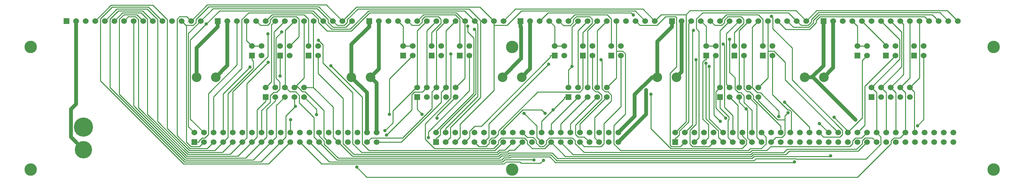
<source format=gbl>
G04 (created by PCBNEW (2013-mar-13)-testing) date Tue 12 Nov 2013 05:14:33 PM PST*
%MOIN*%
G04 Gerber Fmt 3.4, Leading zero omitted, Abs format*
%FSLAX34Y34*%
G01*
G70*
G90*
G04 APERTURE LIST*
%ADD10C,0.005906*%
%ADD11C,0.100000*%
%ADD12R,0.060000X0.060000*%
%ADD13C,0.060000*%
%ADD14C,0.200000*%
%ADD15C,0.181100*%
%ADD16C,0.130000*%
%ADD17C,0.035000*%
%ADD18C,0.040000*%
%ADD19C,0.010000*%
G04 APERTURE END LIST*
G54D10*
G54D11*
X34039Y-28740D03*
X36039Y-28740D03*
X50181Y-28740D03*
X52181Y-28740D03*
X65929Y-28740D03*
X67929Y-28740D03*
X82070Y-28740D03*
X84070Y-28740D03*
X97425Y-28740D03*
X99425Y-28740D03*
G54D12*
X39795Y-26484D03*
G54D13*
X39795Y-25484D03*
X40795Y-26484D03*
X40795Y-25484D03*
G54D12*
X55582Y-26484D03*
G54D13*
X55582Y-25484D03*
X56582Y-26484D03*
X56582Y-25484D03*
G54D12*
X71370Y-26484D03*
G54D13*
X71370Y-25484D03*
X72370Y-26484D03*
X72370Y-25484D03*
G54D12*
X87157Y-26484D03*
G54D13*
X87157Y-25484D03*
X88157Y-26484D03*
X88157Y-25484D03*
G54D12*
X102944Y-26484D03*
G54D13*
X102944Y-25484D03*
X103944Y-26484D03*
X103944Y-25484D03*
G54D12*
X42748Y-26484D03*
G54D13*
X42748Y-25484D03*
X43748Y-26484D03*
X43748Y-25484D03*
G54D12*
X58535Y-26484D03*
G54D13*
X58535Y-25484D03*
X59535Y-26484D03*
X59535Y-25484D03*
G54D12*
X74322Y-26484D03*
G54D13*
X74322Y-25484D03*
X75322Y-26484D03*
X75322Y-25484D03*
G54D12*
X90110Y-26484D03*
G54D13*
X90110Y-25484D03*
X91110Y-26484D03*
X91110Y-25484D03*
G54D12*
X105897Y-26484D03*
G54D13*
X105897Y-25484D03*
X106897Y-26484D03*
X106897Y-25484D03*
G54D12*
X45700Y-26484D03*
G54D13*
X45700Y-25484D03*
X46700Y-26484D03*
X46700Y-25484D03*
G54D12*
X61488Y-26484D03*
G54D13*
X61488Y-25484D03*
X62488Y-26484D03*
X62488Y-25484D03*
G54D12*
X77275Y-26484D03*
G54D13*
X77275Y-25484D03*
X78275Y-26484D03*
X78275Y-25484D03*
G54D12*
X93062Y-26484D03*
G54D13*
X93062Y-25484D03*
X94062Y-26484D03*
X94062Y-25484D03*
G54D12*
X108850Y-26484D03*
G54D13*
X108850Y-25484D03*
X109850Y-26484D03*
X109850Y-25484D03*
G54D12*
X33807Y-35539D03*
G54D13*
X33807Y-34539D03*
X38807Y-35539D03*
X34807Y-34539D03*
X39807Y-35539D03*
X35807Y-34539D03*
X40807Y-35539D03*
X36807Y-34539D03*
X41807Y-35539D03*
X37807Y-34539D03*
X42807Y-35539D03*
X38807Y-34539D03*
X43807Y-35539D03*
X39807Y-34539D03*
X44807Y-35539D03*
X40807Y-34539D03*
X45807Y-35539D03*
X41807Y-34539D03*
X46807Y-35539D03*
X42807Y-34539D03*
X47807Y-35539D03*
X43807Y-34539D03*
X48807Y-35539D03*
X44807Y-34539D03*
X45807Y-34539D03*
X49807Y-35539D03*
X46807Y-34539D03*
X48807Y-34539D03*
X49807Y-34539D03*
X50807Y-34539D03*
X51807Y-34539D03*
X50807Y-35539D03*
X51807Y-35539D03*
X34807Y-35539D03*
X35807Y-35539D03*
X36807Y-35539D03*
X37807Y-35539D03*
X52807Y-35539D03*
X52807Y-34539D03*
X47807Y-34539D03*
G54D12*
X83925Y-35539D03*
G54D13*
X83925Y-34539D03*
X88925Y-35539D03*
X84925Y-34539D03*
X89925Y-35539D03*
X85925Y-34539D03*
X90925Y-35539D03*
X86925Y-34539D03*
X91925Y-35539D03*
X87925Y-34539D03*
X92925Y-35539D03*
X88925Y-34539D03*
X93925Y-35539D03*
X89925Y-34539D03*
X94925Y-35539D03*
X90925Y-34539D03*
X95925Y-35539D03*
X91925Y-34539D03*
X96925Y-35539D03*
X92925Y-34539D03*
X97925Y-35539D03*
X93925Y-34539D03*
X98925Y-35539D03*
X94925Y-34539D03*
X95925Y-34539D03*
X99925Y-35539D03*
X96925Y-34539D03*
X98925Y-34539D03*
X99925Y-34539D03*
X100925Y-34539D03*
X101925Y-34539D03*
X100925Y-35539D03*
X101925Y-35539D03*
X84925Y-35539D03*
X85925Y-35539D03*
X86925Y-35539D03*
X87925Y-35539D03*
X102925Y-35539D03*
X102925Y-34539D03*
X97925Y-34539D03*
X103925Y-35539D03*
X103925Y-34539D03*
X104925Y-35539D03*
X104925Y-34539D03*
X105925Y-35539D03*
X105925Y-34539D03*
X106925Y-35539D03*
X106925Y-34539D03*
X107925Y-35539D03*
X107925Y-34539D03*
X108925Y-35539D03*
X108925Y-34539D03*
X109925Y-35539D03*
X109925Y-34539D03*
X110925Y-35539D03*
X110925Y-34539D03*
X111925Y-35539D03*
X111925Y-34539D03*
X112925Y-35539D03*
X112925Y-34539D03*
G54D14*
X22244Y-33956D03*
G54D15*
X22244Y-36318D03*
G54D12*
X20460Y-22874D03*
G54D13*
X21460Y-22874D03*
X22460Y-22874D03*
X23460Y-22874D03*
X24460Y-22874D03*
X25460Y-22874D03*
X26460Y-22874D03*
X27460Y-22874D03*
X28460Y-22874D03*
X29460Y-22874D03*
X30460Y-22874D03*
X31460Y-22874D03*
X32460Y-22874D03*
X33460Y-22874D03*
X34460Y-22874D03*
G54D12*
X36248Y-22874D03*
G54D13*
X37248Y-22874D03*
X38248Y-22874D03*
X39248Y-22874D03*
X40248Y-22874D03*
X41248Y-22874D03*
X42248Y-22874D03*
X43248Y-22874D03*
X44248Y-22874D03*
X45248Y-22874D03*
X46248Y-22874D03*
X47248Y-22874D03*
X48248Y-22874D03*
X49248Y-22874D03*
X50248Y-22874D03*
G54D12*
X52035Y-22874D03*
G54D13*
X53035Y-22874D03*
X54035Y-22874D03*
X55035Y-22874D03*
X56035Y-22874D03*
X57035Y-22874D03*
X58035Y-22874D03*
X59035Y-22874D03*
X60035Y-22874D03*
X61035Y-22874D03*
X62035Y-22874D03*
X63035Y-22874D03*
X64035Y-22874D03*
X65035Y-22874D03*
X66035Y-22874D03*
G54D12*
X67822Y-22874D03*
G54D13*
X68822Y-22874D03*
X69822Y-22874D03*
X70822Y-22874D03*
X71822Y-22874D03*
X72822Y-22874D03*
X73822Y-22874D03*
X74822Y-22874D03*
X75822Y-22874D03*
X76822Y-22874D03*
X77822Y-22874D03*
X78822Y-22874D03*
X79822Y-22874D03*
X80822Y-22874D03*
X81822Y-22874D03*
G54D12*
X83610Y-22874D03*
G54D13*
X84610Y-22874D03*
X85610Y-22874D03*
X86610Y-22874D03*
X87610Y-22874D03*
X88610Y-22874D03*
X89610Y-22874D03*
X90610Y-22874D03*
X91610Y-22874D03*
X92610Y-22874D03*
X93610Y-22874D03*
X94610Y-22874D03*
X95610Y-22874D03*
X96610Y-22874D03*
X97610Y-22874D03*
G54D12*
X99397Y-22874D03*
G54D13*
X100397Y-22874D03*
X101397Y-22874D03*
X102397Y-22874D03*
X103397Y-22874D03*
X104397Y-22874D03*
X105397Y-22874D03*
X106397Y-22874D03*
X107397Y-22874D03*
X108397Y-22874D03*
X109397Y-22874D03*
X110397Y-22874D03*
X111397Y-22874D03*
X112397Y-22874D03*
X113397Y-22874D03*
G54D16*
X117125Y-25590D03*
X16732Y-38385D03*
X117125Y-38385D03*
X66929Y-25590D03*
X66929Y-38385D03*
X16732Y-25590D03*
G54D12*
X41248Y-30814D03*
G54D13*
X41248Y-29814D03*
X42248Y-30814D03*
X42248Y-29814D03*
X43248Y-30814D03*
X43248Y-29814D03*
X44248Y-30814D03*
X44248Y-29814D03*
X45248Y-30814D03*
X45248Y-29814D03*
G54D12*
X57035Y-30814D03*
G54D13*
X57035Y-29814D03*
X58035Y-30814D03*
X58035Y-29814D03*
X59035Y-30814D03*
X59035Y-29814D03*
X60035Y-30814D03*
X60035Y-29814D03*
X61035Y-30814D03*
X61035Y-29814D03*
G54D12*
X72822Y-30814D03*
G54D13*
X72822Y-29814D03*
X73822Y-30814D03*
X73822Y-29814D03*
X74822Y-30814D03*
X74822Y-29814D03*
X75822Y-30814D03*
X75822Y-29814D03*
X76822Y-30814D03*
X76822Y-29814D03*
G54D12*
X88610Y-30814D03*
G54D13*
X88610Y-29814D03*
X89610Y-30814D03*
X89610Y-29814D03*
X90610Y-30814D03*
X90610Y-29814D03*
X91610Y-30814D03*
X91610Y-29814D03*
X92610Y-30814D03*
X92610Y-29814D03*
G54D12*
X104397Y-30814D03*
G54D13*
X104397Y-29814D03*
X105397Y-30814D03*
X105397Y-29814D03*
X106397Y-30814D03*
X106397Y-29814D03*
X107397Y-30814D03*
X107397Y-29814D03*
X108397Y-30814D03*
X108397Y-29814D03*
G54D12*
X59003Y-35539D03*
G54D13*
X59003Y-34539D03*
X64003Y-35539D03*
X60003Y-34539D03*
X65003Y-35539D03*
X61003Y-34539D03*
X66003Y-35539D03*
X62003Y-34539D03*
X67003Y-35539D03*
X63003Y-34539D03*
X68003Y-35539D03*
X64003Y-34539D03*
X69003Y-35539D03*
X65003Y-34539D03*
X70003Y-35539D03*
X66003Y-34539D03*
X71003Y-35539D03*
X67003Y-34539D03*
X72003Y-35539D03*
X68003Y-34539D03*
X73003Y-35539D03*
X69003Y-34539D03*
X74003Y-35539D03*
X70003Y-34539D03*
X71003Y-34539D03*
X75003Y-35539D03*
X72003Y-34539D03*
X74003Y-34539D03*
X75003Y-34539D03*
X76003Y-34539D03*
X77003Y-34539D03*
X76003Y-35539D03*
X77003Y-35539D03*
X60003Y-35539D03*
X61003Y-35539D03*
X62003Y-35539D03*
X63003Y-35539D03*
X78003Y-35539D03*
X78003Y-34539D03*
X73003Y-34539D03*
G54D17*
X102736Y-33182D03*
X57547Y-32615D03*
X71202Y-32159D03*
X70211Y-37408D03*
X53682Y-34325D03*
X73181Y-27622D03*
X87486Y-27632D03*
X39602Y-27703D03*
X89219Y-33021D03*
X69215Y-37397D03*
X53836Y-34775D03*
X88946Y-25292D03*
X41467Y-24224D03*
X95327Y-31350D03*
X91323Y-32060D03*
X96386Y-37579D03*
X81402Y-30521D03*
X93968Y-22382D03*
X43851Y-33183D03*
X44347Y-31798D03*
X89616Y-24789D03*
X94748Y-32865D03*
X98984Y-33598D03*
X50724Y-38133D03*
X46532Y-32642D03*
X59099Y-33015D03*
X95706Y-32471D03*
X100142Y-36950D03*
X42919Y-24026D03*
X62319Y-23407D03*
X35036Y-23206D03*
X85836Y-23861D03*
X70726Y-27394D03*
X87156Y-27280D03*
X41515Y-27179D03*
X58200Y-35048D03*
X109193Y-33810D03*
X42748Y-28616D03*
X86094Y-26934D03*
X46748Y-24894D03*
X60553Y-26333D03*
X63015Y-23743D03*
X79565Y-22257D03*
X48036Y-27541D03*
X68180Y-32517D03*
X54139Y-32615D03*
X76205Y-26934D03*
X88629Y-33360D03*
X100491Y-32930D03*
X70368Y-32531D03*
X80917Y-30077D03*
G54D18*
X67822Y-22874D02*
X67822Y-23474D01*
X34039Y-25682D02*
X36248Y-23474D01*
X34039Y-28740D02*
X34039Y-25682D01*
X36248Y-22874D02*
X36248Y-23474D01*
X52035Y-22874D02*
X52035Y-23474D01*
X67879Y-26789D02*
X65929Y-28740D01*
X67879Y-23531D02*
X67879Y-26789D01*
X67822Y-23474D02*
X67879Y-23531D01*
X98204Y-28740D02*
X97425Y-28740D01*
X98248Y-28695D02*
X98204Y-28740D01*
X98248Y-28695D02*
X102736Y-33182D01*
X79720Y-32823D02*
X78003Y-34539D01*
X79720Y-30567D02*
X79720Y-32823D01*
X81547Y-28740D02*
X79720Y-30567D01*
X82070Y-28740D02*
X81547Y-28740D01*
X83610Y-22874D02*
X83610Y-23474D01*
X82070Y-25013D02*
X83610Y-23474D01*
X82070Y-28740D02*
X82070Y-25013D01*
X50181Y-25328D02*
X52035Y-23474D01*
X50181Y-28740D02*
X50181Y-25328D01*
X51807Y-30366D02*
X51807Y-34539D01*
X50181Y-28740D02*
X51807Y-30366D01*
X99397Y-27546D02*
X98248Y-28695D01*
X99397Y-22874D02*
X99397Y-27546D01*
G54D19*
X72822Y-30814D02*
X72372Y-30814D01*
X57035Y-32103D02*
X57547Y-32615D01*
X57035Y-30814D02*
X57035Y-32103D01*
X70003Y-33358D02*
X71202Y-32159D01*
X70003Y-34539D02*
X70003Y-33358D01*
X72372Y-30989D02*
X71202Y-32159D01*
X72372Y-30814D02*
X72372Y-30989D01*
X41248Y-30814D02*
X41248Y-31265D01*
X40356Y-34989D02*
X39807Y-35539D01*
X40356Y-32156D02*
X40356Y-34989D01*
X41248Y-31265D02*
X40356Y-32156D01*
X26913Y-22421D02*
X26460Y-22874D01*
X27646Y-22421D02*
X26913Y-22421D01*
X27960Y-22735D02*
X27646Y-22421D01*
X27960Y-31935D02*
X27960Y-22735D01*
X33016Y-36990D02*
X27960Y-31935D01*
X38355Y-36990D02*
X33016Y-36990D01*
X39807Y-35539D02*
X38355Y-36990D01*
X88610Y-31265D02*
X88610Y-31265D01*
X88610Y-31953D02*
X88610Y-31265D01*
X89544Y-32887D02*
X88610Y-31953D01*
X89544Y-33156D02*
X89544Y-32887D01*
X89454Y-33245D02*
X89544Y-33156D01*
X89454Y-35069D02*
X89454Y-33245D01*
X89925Y-35539D02*
X89454Y-35069D01*
X88610Y-30814D02*
X88610Y-31265D01*
X69887Y-37732D02*
X70211Y-37408D01*
X67876Y-37732D02*
X69887Y-37732D01*
X67729Y-37585D02*
X67876Y-37732D01*
X66296Y-37585D02*
X67729Y-37585D01*
X66077Y-37804D02*
X66296Y-37585D01*
X47071Y-37804D02*
X66077Y-37804D01*
X44807Y-35539D02*
X47071Y-37804D01*
X41850Y-23271D02*
X42248Y-22874D01*
X41850Y-29212D02*
X41850Y-23271D01*
X41248Y-29814D02*
X41850Y-29212D01*
X57035Y-23874D02*
X58035Y-22874D01*
X57035Y-29814D02*
X57035Y-23874D01*
X54490Y-33517D02*
X53682Y-34325D01*
X54490Y-32254D02*
X54490Y-33517D01*
X56929Y-29814D02*
X54490Y-32254D01*
X57035Y-29814D02*
X56929Y-29814D01*
X72822Y-27980D02*
X73181Y-27622D01*
X72822Y-29814D02*
X72822Y-27980D01*
X73181Y-23515D02*
X73822Y-22874D01*
X73181Y-27622D02*
X73181Y-23515D01*
X87486Y-33100D02*
X87486Y-27632D01*
X88925Y-34539D02*
X87486Y-33100D01*
X36807Y-30498D02*
X36807Y-34539D01*
X39602Y-27703D02*
X36807Y-30498D01*
X88610Y-23874D02*
X88610Y-29814D01*
X89610Y-22874D02*
X88610Y-23874D01*
X88160Y-31962D02*
X89219Y-33021D01*
X88160Y-30265D02*
X88160Y-31962D01*
X88610Y-29814D02*
X88160Y-30265D01*
X104925Y-30342D02*
X104925Y-34539D01*
X104397Y-29814D02*
X104925Y-30342D01*
X107347Y-26864D02*
X104397Y-29814D01*
X107347Y-24824D02*
X107347Y-26864D01*
X105397Y-22874D02*
X107347Y-24824D01*
X46807Y-34862D02*
X46807Y-34539D01*
X47356Y-35412D02*
X46807Y-34862D01*
X47356Y-35744D02*
X47356Y-35412D01*
X48816Y-37203D02*
X47356Y-35744D01*
X65622Y-37203D02*
X48816Y-37203D01*
X65853Y-36972D02*
X65622Y-37203D01*
X66595Y-36972D02*
X65853Y-36972D01*
X66695Y-36872D02*
X66595Y-36972D01*
X71016Y-36872D02*
X66695Y-36872D01*
X71585Y-37441D02*
X71016Y-36872D01*
X92162Y-37441D02*
X71585Y-37441D01*
X92349Y-37254D02*
X92162Y-37441D01*
X96521Y-37254D02*
X92349Y-37254D01*
X96542Y-37275D02*
X96521Y-37254D01*
X103842Y-37275D02*
X96542Y-37275D01*
X105388Y-35729D02*
X103842Y-37275D01*
X105388Y-35002D02*
X105388Y-35729D01*
X104925Y-34539D02*
X105388Y-35002D01*
X71003Y-33633D02*
X73822Y-30814D01*
X71003Y-34539D02*
X71003Y-33633D01*
X90475Y-35089D02*
X90925Y-35539D01*
X90475Y-31679D02*
X90475Y-35089D01*
X89610Y-30814D02*
X90475Y-31679D01*
X41356Y-34989D02*
X40807Y-35539D01*
X41356Y-32106D02*
X41356Y-34989D01*
X42248Y-31215D02*
X41356Y-32106D01*
X42248Y-30814D02*
X42248Y-31215D01*
X39155Y-37190D02*
X40807Y-35539D01*
X32933Y-37190D02*
X39155Y-37190D01*
X27460Y-31718D02*
X32933Y-37190D01*
X27460Y-22874D02*
X27460Y-31718D01*
X42091Y-24030D02*
X43248Y-22874D01*
X42091Y-29658D02*
X42091Y-24030D01*
X42248Y-29814D02*
X42091Y-29658D01*
X47871Y-37604D02*
X45807Y-35539D01*
X65929Y-37604D02*
X47871Y-37604D01*
X66161Y-37372D02*
X65929Y-37604D01*
X69190Y-37372D02*
X66161Y-37372D01*
X69215Y-37397D02*
X69190Y-37372D01*
X58035Y-23874D02*
X59035Y-22874D01*
X58035Y-29814D02*
X58035Y-23874D01*
X56470Y-32141D02*
X53836Y-34775D01*
X56470Y-30556D02*
X56470Y-32141D01*
X56742Y-30284D02*
X56470Y-30556D01*
X57566Y-30284D02*
X56742Y-30284D01*
X58035Y-29814D02*
X57566Y-30284D01*
X73822Y-23874D02*
X74822Y-22874D01*
X73822Y-29814D02*
X73822Y-23874D01*
X89925Y-32748D02*
X89925Y-34539D01*
X89060Y-31883D02*
X89925Y-32748D01*
X89060Y-25406D02*
X89060Y-31883D01*
X88946Y-25292D02*
X89060Y-25406D01*
X41467Y-26581D02*
X41467Y-24224D01*
X37807Y-30241D02*
X41467Y-26581D01*
X37807Y-34539D02*
X37807Y-30241D01*
X89282Y-24201D02*
X90610Y-22874D01*
X89282Y-29487D02*
X89282Y-24201D01*
X89610Y-29814D02*
X89282Y-29487D01*
X97925Y-33948D02*
X95327Y-31350D01*
X97925Y-34539D02*
X97925Y-33948D01*
X105925Y-30342D02*
X105925Y-34539D01*
X105397Y-29814D02*
X105925Y-30342D01*
X107547Y-24024D02*
X106397Y-22874D01*
X107547Y-27664D02*
X107547Y-24024D01*
X105397Y-29814D02*
X107547Y-27664D01*
X72003Y-33633D02*
X74822Y-30814D01*
X72003Y-34539D02*
X72003Y-33633D01*
X90610Y-31346D02*
X91323Y-32060D01*
X90610Y-30814D02*
X90610Y-31346D01*
X91475Y-32211D02*
X91323Y-32060D01*
X91475Y-35089D02*
X91475Y-32211D01*
X91925Y-35539D02*
X91475Y-35089D01*
X42356Y-34989D02*
X41807Y-35539D01*
X42356Y-31706D02*
X42356Y-34989D01*
X43248Y-30814D02*
X42356Y-31706D01*
X27807Y-22221D02*
X28460Y-22874D01*
X26466Y-22221D02*
X27807Y-22221D01*
X25986Y-22700D02*
X26466Y-22221D01*
X25986Y-30527D02*
X25986Y-22700D01*
X32850Y-37391D02*
X25986Y-30527D01*
X39955Y-37391D02*
X32850Y-37391D01*
X41807Y-35539D02*
X39955Y-37391D01*
X43248Y-29814D02*
X43281Y-29781D01*
X43281Y-23840D02*
X44248Y-22874D01*
X43281Y-29781D02*
X43281Y-23840D01*
X46257Y-34989D02*
X46807Y-35539D01*
X46257Y-32946D02*
X46257Y-34989D01*
X44748Y-31437D02*
X46257Y-32946D01*
X44748Y-30653D02*
X44748Y-31437D01*
X44359Y-30265D02*
X44748Y-30653D01*
X43765Y-30265D02*
X44359Y-30265D01*
X43281Y-29781D02*
X43765Y-30265D01*
X48671Y-37403D02*
X46807Y-35539D01*
X65846Y-37403D02*
X48671Y-37403D01*
X66078Y-37172D02*
X65846Y-37403D01*
X66678Y-37172D02*
X66078Y-37172D01*
X66778Y-37072D02*
X66678Y-37172D01*
X70861Y-37072D02*
X66778Y-37072D01*
X71434Y-37645D02*
X70861Y-37072D01*
X96320Y-37645D02*
X71434Y-37645D01*
X96386Y-37579D02*
X96320Y-37645D01*
X59035Y-23874D02*
X60035Y-22874D01*
X59035Y-29814D02*
X59035Y-23874D01*
X58585Y-30265D02*
X59035Y-29814D01*
X58585Y-32037D02*
X58585Y-30265D01*
X55521Y-35100D02*
X58585Y-32037D01*
X53701Y-35100D02*
X55521Y-35100D01*
X53689Y-35089D02*
X53701Y-35100D01*
X52257Y-35089D02*
X53689Y-35089D01*
X51807Y-35539D02*
X52257Y-35089D01*
X74822Y-23874D02*
X75822Y-22874D01*
X74822Y-29814D02*
X74822Y-23874D01*
X90925Y-34862D02*
X90925Y-34539D01*
X91376Y-35313D02*
X90925Y-34862D01*
X91376Y-35738D02*
X91376Y-35313D01*
X90913Y-36201D02*
X91376Y-35738D01*
X83470Y-36201D02*
X90913Y-36201D01*
X81402Y-34133D02*
X83470Y-36201D01*
X81402Y-30521D02*
X81402Y-34133D01*
X43807Y-33227D02*
X43807Y-34539D01*
X43851Y-33183D02*
X43807Y-33227D01*
X94110Y-22524D02*
X93968Y-22382D01*
X94110Y-23679D02*
X94110Y-22524D01*
X96123Y-25692D02*
X94110Y-23679D01*
X96123Y-29037D02*
X96123Y-25692D01*
X101375Y-34289D02*
X96123Y-29037D01*
X101375Y-34728D02*
X101375Y-34289D01*
X101103Y-35000D02*
X101375Y-34728D01*
X99386Y-35000D02*
X101103Y-35000D01*
X98925Y-34539D02*
X99386Y-35000D01*
X90610Y-23874D02*
X91610Y-22874D01*
X90610Y-29814D02*
X90610Y-23874D01*
X106925Y-30342D02*
X106397Y-29814D01*
X106925Y-34539D02*
X106925Y-30342D01*
X107748Y-23224D02*
X107397Y-22874D01*
X107748Y-28464D02*
X107748Y-23224D01*
X106397Y-29814D02*
X107748Y-28464D01*
X44248Y-31698D02*
X44347Y-31798D01*
X44248Y-30814D02*
X44248Y-31698D01*
X43356Y-34989D02*
X42807Y-35539D01*
X43356Y-32789D02*
X43356Y-34989D01*
X44347Y-31798D02*
X43356Y-32789D01*
X40755Y-37591D02*
X42807Y-35539D01*
X32767Y-37591D02*
X40755Y-37591D01*
X25003Y-29827D02*
X32767Y-37591D01*
X25003Y-22688D02*
X25003Y-29827D01*
X25871Y-21820D02*
X25003Y-22688D01*
X28407Y-21820D02*
X25871Y-21820D01*
X29460Y-22874D02*
X28407Y-21820D01*
X92425Y-35039D02*
X92925Y-35539D01*
X92425Y-31629D02*
X92425Y-35039D01*
X91610Y-30814D02*
X92425Y-31629D01*
X73003Y-33633D02*
X75822Y-30814D01*
X73003Y-34539D02*
X73003Y-33633D01*
X45248Y-28814D02*
X45248Y-22874D01*
X44429Y-29633D02*
X45248Y-28814D01*
X44248Y-29814D02*
X44429Y-29633D01*
X47307Y-35039D02*
X47807Y-35539D01*
X47307Y-32236D02*
X47307Y-35039D01*
X45335Y-30265D02*
X47307Y-32236D01*
X45061Y-30265D02*
X45335Y-30265D01*
X44429Y-29633D02*
X45061Y-30265D01*
X60035Y-23874D02*
X61035Y-22874D01*
X60035Y-29814D02*
X60035Y-23874D01*
X59535Y-30314D02*
X60035Y-29814D01*
X59535Y-31370D02*
X59535Y-30314D01*
X55366Y-35539D02*
X59535Y-31370D01*
X52807Y-35539D02*
X55366Y-35539D01*
X75822Y-23874D02*
X76822Y-22874D01*
X75822Y-29814D02*
X75822Y-23874D01*
X91925Y-32200D02*
X91925Y-34539D01*
X91110Y-31385D02*
X91925Y-32200D01*
X91110Y-30678D02*
X91110Y-31385D01*
X90796Y-30364D02*
X91110Y-30678D01*
X90523Y-30364D02*
X90796Y-30364D01*
X90160Y-30001D02*
X90523Y-30364D01*
X90160Y-28791D02*
X90160Y-30001D01*
X89616Y-28247D02*
X90160Y-28791D01*
X89616Y-24789D02*
X89616Y-28247D01*
X91610Y-29814D02*
X91960Y-29814D01*
X91960Y-23523D02*
X91960Y-29814D01*
X92610Y-22874D02*
X91960Y-23523D01*
X98984Y-33598D02*
X99925Y-34539D01*
X94748Y-32287D02*
X94748Y-32865D01*
X92825Y-30364D02*
X94748Y-32287D01*
X92510Y-30364D02*
X92825Y-30364D01*
X91960Y-29814D02*
X92510Y-30364D01*
X107925Y-30342D02*
X107925Y-34539D01*
X107397Y-29814D02*
X107925Y-30342D01*
X108397Y-28814D02*
X107397Y-29814D01*
X108397Y-22874D02*
X108397Y-28814D01*
X51778Y-39187D02*
X50724Y-38133D01*
X102933Y-39187D02*
X51778Y-39187D01*
X106425Y-35696D02*
X102933Y-39187D01*
X106425Y-35402D02*
X106425Y-35696D01*
X106738Y-35089D02*
X106425Y-35402D01*
X107375Y-35089D02*
X106738Y-35089D01*
X107925Y-34539D02*
X107375Y-35089D01*
X74003Y-33633D02*
X76822Y-30814D01*
X74003Y-34539D02*
X74003Y-33633D01*
X46532Y-32099D02*
X45248Y-30814D01*
X46532Y-32642D02*
X46532Y-32099D01*
X59099Y-32750D02*
X59099Y-33015D01*
X61035Y-30814D02*
X59099Y-32750D01*
X41555Y-37791D02*
X43807Y-35539D01*
X32684Y-37791D02*
X41555Y-37791D01*
X24003Y-29110D02*
X32684Y-37791D01*
X24003Y-22667D02*
X24003Y-29110D01*
X25251Y-21420D02*
X24003Y-22667D01*
X29007Y-21420D02*
X25251Y-21420D01*
X30460Y-22874D02*
X29007Y-21420D01*
X94608Y-33193D02*
X95375Y-33193D01*
X92610Y-31194D02*
X94608Y-33193D01*
X92610Y-30814D02*
X92610Y-31194D01*
X95375Y-32802D02*
X95375Y-33193D01*
X95706Y-32471D02*
X95375Y-32802D01*
X94425Y-35039D02*
X93925Y-35539D01*
X95061Y-35039D02*
X94425Y-35039D01*
X95375Y-34725D02*
X95061Y-35039D01*
X95375Y-33193D02*
X95375Y-34725D01*
X45248Y-29814D02*
X46200Y-29814D01*
X46200Y-22921D02*
X46248Y-22874D01*
X46200Y-29814D02*
X46200Y-22921D01*
X48257Y-34989D02*
X48807Y-35539D01*
X48257Y-31871D02*
X48257Y-34989D01*
X46200Y-29814D02*
X48257Y-31871D01*
X50271Y-37003D02*
X48807Y-35539D01*
X65539Y-37003D02*
X50271Y-37003D01*
X65771Y-36772D02*
X65539Y-37003D01*
X66512Y-36772D02*
X65771Y-36772D01*
X66612Y-36672D02*
X66512Y-36772D01*
X71099Y-36672D02*
X66612Y-36672D01*
X71658Y-37231D02*
X71099Y-36672D01*
X91948Y-37231D02*
X71658Y-37231D01*
X92141Y-37038D02*
X91948Y-37231D01*
X100054Y-37038D02*
X92141Y-37038D01*
X100142Y-36950D02*
X100054Y-37038D01*
X62035Y-22874D02*
X62000Y-22909D01*
X61994Y-28856D02*
X61035Y-29814D01*
X61994Y-22915D02*
X61994Y-28856D01*
X62000Y-22909D02*
X61994Y-22915D01*
X61110Y-22019D02*
X62000Y-22909D01*
X52070Y-22019D02*
X61110Y-22019D01*
X50158Y-23931D02*
X52070Y-22019D01*
X47649Y-23931D02*
X50158Y-23931D01*
X46748Y-23029D02*
X47649Y-23931D01*
X46748Y-22703D02*
X46748Y-23029D01*
X46052Y-22008D02*
X46748Y-22703D01*
X39475Y-22008D02*
X46052Y-22008D01*
X38748Y-22735D02*
X39475Y-22008D01*
X38748Y-27839D02*
X38748Y-22735D01*
X35807Y-30780D02*
X38748Y-27839D01*
X35807Y-34539D02*
X35807Y-30780D01*
X77822Y-22874D02*
X77822Y-26023D01*
X77822Y-28814D02*
X76822Y-29814D01*
X77822Y-26023D02*
X77822Y-28814D01*
X42294Y-24650D02*
X42919Y-24026D01*
X42294Y-28837D02*
X42294Y-24650D01*
X42698Y-29240D02*
X42294Y-28837D01*
X42698Y-30001D02*
X42698Y-29240D01*
X42384Y-30314D02*
X42698Y-30001D01*
X42076Y-30314D02*
X42384Y-30314D01*
X41698Y-30692D02*
X42076Y-30314D01*
X41698Y-31348D02*
X41698Y-30692D01*
X40807Y-32239D02*
X41698Y-31348D01*
X40807Y-34539D02*
X40807Y-32239D01*
X93393Y-35008D02*
X92925Y-34539D01*
X93393Y-35719D02*
X93393Y-35008D01*
X92914Y-36199D02*
X93393Y-35719D01*
X91765Y-36199D02*
X92914Y-36199D01*
X91559Y-36405D02*
X91765Y-36199D01*
X78223Y-36405D02*
X91559Y-36405D01*
X77542Y-35724D02*
X78223Y-36405D01*
X77542Y-33778D02*
X77542Y-35724D01*
X78732Y-32588D02*
X77542Y-33778D01*
X78732Y-26301D02*
X78732Y-32588D01*
X78454Y-26023D02*
X78732Y-26301D01*
X77822Y-26023D02*
X78454Y-26023D01*
X93610Y-26022D02*
X93610Y-22874D01*
X93610Y-28814D02*
X92610Y-29814D01*
X93610Y-26022D02*
X93610Y-28814D01*
X94238Y-26022D02*
X93610Y-26022D01*
X95412Y-27196D02*
X94238Y-26022D01*
X95412Y-29026D02*
X95412Y-27196D01*
X100925Y-34539D02*
X95412Y-29026D01*
X108868Y-34482D02*
X108925Y-34539D01*
X108868Y-30285D02*
X108868Y-34482D01*
X108397Y-29814D02*
X108868Y-30285D01*
X109397Y-28814D02*
X108397Y-29814D01*
X109397Y-22874D02*
X109397Y-28814D01*
X33178Y-24156D02*
X34460Y-22874D01*
X33178Y-33910D02*
X33178Y-24156D01*
X33807Y-34539D02*
X33178Y-33910D01*
X49590Y-23531D02*
X50248Y-22874D01*
X48258Y-23531D02*
X49590Y-23531D01*
X47748Y-23021D02*
X48258Y-23531D01*
X47748Y-22732D02*
X47748Y-23021D01*
X46616Y-21601D02*
X47748Y-22732D01*
X35733Y-21601D02*
X46616Y-21601D01*
X34460Y-22874D02*
X35733Y-21601D01*
X82479Y-22217D02*
X81822Y-22874D01*
X85069Y-22217D02*
X82479Y-22217D01*
X85489Y-21797D02*
X85069Y-22217D01*
X96533Y-21797D02*
X85489Y-21797D01*
X97610Y-22874D02*
X96533Y-21797D01*
X98688Y-21795D02*
X97610Y-22874D01*
X112318Y-21795D02*
X98688Y-21795D01*
X113397Y-22874D02*
X112318Y-21795D01*
X59003Y-34345D02*
X59003Y-34539D01*
X62940Y-30408D02*
X59003Y-34345D01*
X62940Y-24645D02*
X62940Y-30408D01*
X62319Y-24024D02*
X62940Y-24645D01*
X62319Y-23407D02*
X62319Y-24024D01*
X67287Y-21622D02*
X66035Y-22874D01*
X80571Y-21622D02*
X67287Y-21622D01*
X81822Y-22874D02*
X80571Y-21622D01*
X85069Y-33394D02*
X83925Y-34539D01*
X85069Y-22217D02*
X85069Y-33394D01*
X33378Y-24864D02*
X35036Y-23206D01*
X33378Y-33110D02*
X33378Y-24864D01*
X34807Y-34539D02*
X33378Y-33110D01*
X36435Y-21808D02*
X35036Y-23206D01*
X46182Y-21808D02*
X36435Y-21808D01*
X47248Y-22874D02*
X46182Y-21808D01*
X61980Y-21819D02*
X63035Y-22874D01*
X51957Y-21819D02*
X61980Y-21819D01*
X50045Y-23731D02*
X51957Y-21819D01*
X48105Y-23731D02*
X50045Y-23731D01*
X47248Y-22874D02*
X48105Y-23731D01*
X95486Y-23750D02*
X94610Y-22874D01*
X97954Y-23750D02*
X95486Y-23750D01*
X98641Y-23063D02*
X97954Y-23750D01*
X98641Y-22812D02*
X98641Y-23063D01*
X99030Y-22423D02*
X98641Y-22812D01*
X109947Y-22423D02*
X99030Y-22423D01*
X110397Y-22874D02*
X109947Y-22423D01*
X60003Y-34105D02*
X60003Y-34539D01*
X63340Y-30768D02*
X60003Y-34105D01*
X63340Y-23179D02*
X63340Y-30768D01*
X63035Y-22874D02*
X63340Y-23179D01*
X85727Y-33737D02*
X84925Y-34539D01*
X85727Y-23970D02*
X85727Y-33737D01*
X85836Y-23861D02*
X85727Y-23970D01*
X64503Y-35039D02*
X64003Y-35539D01*
X64503Y-33617D02*
X64503Y-35039D01*
X70726Y-27394D02*
X64503Y-33617D01*
X87156Y-33096D02*
X87156Y-27280D01*
X88425Y-34364D02*
X87156Y-33096D01*
X88425Y-35039D02*
X88425Y-34364D01*
X88925Y-35539D02*
X88425Y-35039D01*
X37555Y-36790D02*
X38807Y-35539D01*
X33099Y-36790D02*
X37555Y-36790D01*
X28919Y-32611D02*
X33099Y-36790D01*
X28919Y-22695D02*
X28919Y-32611D01*
X28245Y-22021D02*
X28919Y-22695D01*
X26313Y-22021D02*
X28245Y-22021D01*
X25460Y-22874D02*
X26313Y-22021D01*
X39258Y-29437D02*
X41515Y-27179D01*
X39258Y-35088D02*
X39258Y-29437D01*
X38807Y-35539D02*
X39258Y-35088D01*
X46700Y-28361D02*
X46700Y-26484D01*
X49307Y-30967D02*
X46700Y-28361D01*
X49307Y-35677D02*
X49307Y-30967D01*
X50433Y-36803D02*
X49307Y-35677D01*
X65456Y-36803D02*
X50433Y-36803D01*
X65688Y-36572D02*
X65456Y-36803D01*
X66429Y-36572D02*
X65688Y-36572D01*
X66629Y-36372D02*
X66429Y-36572D01*
X67171Y-36372D02*
X66629Y-36372D01*
X68003Y-35539D02*
X67171Y-36372D01*
X45700Y-22674D02*
X45700Y-25484D01*
X45243Y-22217D02*
X45700Y-22674D01*
X41904Y-22217D02*
X45243Y-22217D01*
X41248Y-22874D02*
X41904Y-22217D01*
X58200Y-34453D02*
X58200Y-35048D01*
X62488Y-30165D02*
X58200Y-34453D01*
X62488Y-26484D02*
X62488Y-30165D01*
X104475Y-35089D02*
X104925Y-35539D01*
X103738Y-35089D02*
X104475Y-35089D01*
X103425Y-35402D02*
X103738Y-35089D01*
X103425Y-35686D02*
X103425Y-35402D01*
X102850Y-36260D02*
X103425Y-35686D01*
X95605Y-36260D02*
X102850Y-36260D01*
X95250Y-36615D02*
X95605Y-36260D01*
X91997Y-36615D02*
X95250Y-36615D01*
X91797Y-36816D02*
X91997Y-36615D01*
X73281Y-36816D02*
X91797Y-36816D01*
X72003Y-35539D02*
X73281Y-36816D01*
X61488Y-22685D02*
X61488Y-25484D01*
X61022Y-22219D02*
X61488Y-22685D01*
X57689Y-22219D02*
X61022Y-22219D01*
X57035Y-22874D02*
X57689Y-22219D01*
X74454Y-35989D02*
X74003Y-35539D01*
X76195Y-35989D02*
X74454Y-35989D01*
X76503Y-35681D02*
X76195Y-35989D01*
X76503Y-33581D02*
X76503Y-35681D01*
X78275Y-31809D02*
X76503Y-33581D01*
X78275Y-26484D02*
X78275Y-31809D01*
X73474Y-22222D02*
X72822Y-22874D01*
X76830Y-22222D02*
X73474Y-22222D01*
X77275Y-22667D02*
X76830Y-22222D01*
X77275Y-25484D02*
X77275Y-22667D01*
X94062Y-30549D02*
X94062Y-26484D01*
X95660Y-32146D02*
X94062Y-30549D01*
X95840Y-32146D02*
X95660Y-32146D01*
X96031Y-32337D02*
X95840Y-32146D01*
X96031Y-34433D02*
X96031Y-32337D01*
X95925Y-34539D02*
X96031Y-34433D01*
X89263Y-22220D02*
X88610Y-22874D01*
X92596Y-22220D02*
X89263Y-22220D01*
X93062Y-22687D02*
X92596Y-22220D01*
X93062Y-25484D02*
X93062Y-22687D01*
X68503Y-35039D02*
X68003Y-34539D01*
X69140Y-35039D02*
X68503Y-35039D01*
X69454Y-35352D02*
X69140Y-35039D01*
X69454Y-35630D02*
X69454Y-35352D01*
X69829Y-36005D02*
X69454Y-35630D01*
X70185Y-36005D02*
X69829Y-36005D01*
X70503Y-35687D02*
X70185Y-36005D01*
X70503Y-35370D02*
X70503Y-35687D01*
X70793Y-35080D02*
X70503Y-35370D01*
X73216Y-35080D02*
X70793Y-35080D01*
X73503Y-35368D02*
X73216Y-35080D01*
X73503Y-35683D02*
X73503Y-35368D01*
X74426Y-36605D02*
X73503Y-35683D01*
X91725Y-36605D02*
X74426Y-36605D01*
X91931Y-36399D02*
X91725Y-36605D01*
X93481Y-36399D02*
X91931Y-36399D01*
X93891Y-35989D02*
X93481Y-36399D01*
X102131Y-35989D02*
X93891Y-35989D01*
X102425Y-35695D02*
X102131Y-35989D01*
X102425Y-35402D02*
X102425Y-35695D01*
X102738Y-35089D02*
X102425Y-35402D01*
X103375Y-35089D02*
X102738Y-35089D01*
X103925Y-34539D02*
X103375Y-35089D01*
X109850Y-33154D02*
X109850Y-26484D01*
X109193Y-33810D02*
X109850Y-33154D01*
X63461Y-35996D02*
X63003Y-35539D01*
X64205Y-35996D02*
X63461Y-35996D01*
X64553Y-35648D02*
X64205Y-35996D01*
X64553Y-35343D02*
X64553Y-35648D01*
X64809Y-35088D02*
X64553Y-35343D01*
X65113Y-35088D02*
X64809Y-35088D01*
X65503Y-34697D02*
X65113Y-35088D01*
X65503Y-34365D02*
X65503Y-34697D01*
X69593Y-30275D02*
X65503Y-34365D01*
X74005Y-30275D02*
X69593Y-30275D01*
X74322Y-29957D02*
X74005Y-30275D01*
X74322Y-26484D02*
X74322Y-29957D01*
X25713Y-21620D02*
X24460Y-22874D01*
X28870Y-21620D02*
X25713Y-21620D01*
X29960Y-22711D02*
X28870Y-21620D01*
X29960Y-33369D02*
X29960Y-22711D01*
X33182Y-36590D02*
X29960Y-33369D01*
X36755Y-36590D02*
X33182Y-36590D01*
X37807Y-35539D02*
X36755Y-36590D01*
X42748Y-26484D02*
X42748Y-28616D01*
X86094Y-33653D02*
X86094Y-26934D01*
X85459Y-34288D02*
X86094Y-33653D01*
X85459Y-35725D02*
X85459Y-34288D01*
X85734Y-36001D02*
X85459Y-35725D01*
X87463Y-36001D02*
X85734Y-36001D01*
X87925Y-35539D02*
X87463Y-36001D01*
X47200Y-25346D02*
X46748Y-24894D01*
X47200Y-27246D02*
X47200Y-25346D01*
X50307Y-30353D02*
X47200Y-27246D01*
X50307Y-35676D02*
X50307Y-30353D01*
X51234Y-36603D02*
X50307Y-35676D01*
X65373Y-36603D02*
X51234Y-36603D01*
X65605Y-36372D02*
X65373Y-36603D01*
X66171Y-36372D02*
X65605Y-36372D01*
X67003Y-35539D02*
X66171Y-36372D01*
X44709Y-24522D02*
X43748Y-25484D01*
X44709Y-22685D02*
X44709Y-24522D01*
X44440Y-22417D02*
X44709Y-22685D01*
X42032Y-22417D02*
X44440Y-22417D01*
X41698Y-22751D02*
X42032Y-22417D01*
X41698Y-23060D02*
X41698Y-22751D01*
X41433Y-23324D02*
X41698Y-23060D01*
X40698Y-23324D02*
X41433Y-23324D01*
X40248Y-22874D02*
X40698Y-23324D01*
X103003Y-36461D02*
X103925Y-35539D01*
X95841Y-36461D02*
X103003Y-36461D01*
X95486Y-36816D02*
X95841Y-36461D01*
X92080Y-36816D02*
X95486Y-36816D01*
X91879Y-37017D02*
X92080Y-36816D01*
X72481Y-37017D02*
X91879Y-37017D01*
X71003Y-35539D02*
X72481Y-37017D01*
X70337Y-36205D02*
X71003Y-35539D01*
X69026Y-36205D02*
X70337Y-36205D01*
X68503Y-35683D02*
X69026Y-36205D01*
X68503Y-35377D02*
X68503Y-35683D01*
X68215Y-35089D02*
X68503Y-35377D01*
X65805Y-35089D02*
X68215Y-35089D01*
X65506Y-35388D02*
X65805Y-35089D01*
X65506Y-35686D02*
X65506Y-35388D01*
X64996Y-36196D02*
X65506Y-35686D01*
X58824Y-36196D02*
X64996Y-36196D01*
X57864Y-35237D02*
X58824Y-36196D01*
X57864Y-33622D02*
X57864Y-35237D01*
X60553Y-30933D02*
X57864Y-33622D01*
X60553Y-26333D02*
X60553Y-30933D01*
X56495Y-23333D02*
X56035Y-22874D01*
X57216Y-23333D02*
X56495Y-23333D01*
X57535Y-23014D02*
X57216Y-23333D01*
X57535Y-22733D02*
X57535Y-23014D01*
X57849Y-22419D02*
X57535Y-22733D01*
X59235Y-22419D02*
X57849Y-22419D01*
X59501Y-22685D02*
X59235Y-22419D01*
X59501Y-23124D02*
X59501Y-22685D01*
X58535Y-24090D02*
X59501Y-23124D01*
X58535Y-25484D02*
X58535Y-24090D01*
X75322Y-29951D02*
X75322Y-26484D01*
X75636Y-30265D02*
X75322Y-29951D01*
X75909Y-30265D02*
X75636Y-30265D01*
X76272Y-30628D02*
X75909Y-30265D01*
X76272Y-31018D02*
X76272Y-30628D01*
X73538Y-33753D02*
X76272Y-31018D01*
X73538Y-34710D02*
X73538Y-33753D01*
X73817Y-34989D02*
X73538Y-34710D01*
X74454Y-34989D02*
X73817Y-34989D01*
X75003Y-35539D02*
X74454Y-34989D01*
X72292Y-23344D02*
X71822Y-22874D01*
X72993Y-23344D02*
X72292Y-23344D01*
X73322Y-23014D02*
X72993Y-23344D01*
X73322Y-22736D02*
X73322Y-23014D01*
X73636Y-22422D02*
X73322Y-22736D01*
X75023Y-22422D02*
X73636Y-22422D01*
X75289Y-22688D02*
X75023Y-22422D01*
X75289Y-23124D02*
X75289Y-22688D01*
X74322Y-24090D02*
X75289Y-23124D01*
X74322Y-25484D02*
X74322Y-24090D01*
X91110Y-29951D02*
X91110Y-26484D01*
X91423Y-30265D02*
X91110Y-29951D01*
X91696Y-30265D02*
X91423Y-30265D01*
X92060Y-30628D02*
X91696Y-30265D01*
X92060Y-30982D02*
X92060Y-30628D01*
X94925Y-33846D02*
X92060Y-30982D01*
X94925Y-34539D02*
X94925Y-33846D01*
X90110Y-24090D02*
X90110Y-25484D01*
X91076Y-23124D02*
X90110Y-24090D01*
X91076Y-22685D02*
X91076Y-23124D01*
X90811Y-22420D02*
X91076Y-22685D01*
X89421Y-22420D02*
X90811Y-22420D01*
X89060Y-22782D02*
X89421Y-22420D01*
X89060Y-23060D02*
X89060Y-22782D01*
X88788Y-23332D02*
X89060Y-23060D01*
X88068Y-23332D02*
X88788Y-23332D01*
X87610Y-22874D02*
X88068Y-23332D01*
X103692Y-29689D02*
X106897Y-26484D01*
X103692Y-33772D02*
X103692Y-29689D01*
X102925Y-34539D02*
X103692Y-33772D01*
X105897Y-25374D02*
X105897Y-25484D01*
X103397Y-22874D02*
X105897Y-25374D01*
X59003Y-35539D02*
X59003Y-35089D01*
X59116Y-35089D02*
X59003Y-35089D01*
X59454Y-34751D02*
X59116Y-35089D01*
X59454Y-34178D02*
X59454Y-34751D01*
X63140Y-30491D02*
X59454Y-34178D01*
X63140Y-23868D02*
X63140Y-30491D01*
X63015Y-23743D02*
X63140Y-23868D01*
X70674Y-22022D02*
X69822Y-22874D01*
X79330Y-22022D02*
X70674Y-22022D01*
X79565Y-22257D02*
X79330Y-22022D01*
X83925Y-35539D02*
X83925Y-35089D01*
X84037Y-35089D02*
X83925Y-35089D01*
X84375Y-34751D02*
X84037Y-35089D01*
X84375Y-34372D02*
X84375Y-34751D01*
X85327Y-33420D02*
X84375Y-34372D01*
X85327Y-23157D02*
X85327Y-33420D01*
X85610Y-22874D02*
X85327Y-23157D01*
X34257Y-35426D02*
X34257Y-35539D01*
X34594Y-35089D02*
X34257Y-35426D01*
X34893Y-35089D02*
X34594Y-35089D01*
X35257Y-34725D02*
X34893Y-35089D01*
X35257Y-30441D02*
X35257Y-34725D01*
X38248Y-27450D02*
X35257Y-30441D01*
X38248Y-22874D02*
X38248Y-27450D01*
X33807Y-35539D02*
X34257Y-35539D01*
X32916Y-23330D02*
X32460Y-22874D01*
X32978Y-23330D02*
X32916Y-23330D01*
X32978Y-35534D02*
X32978Y-23330D01*
X33433Y-35989D02*
X32978Y-35534D01*
X34356Y-35989D02*
X33433Y-35989D01*
X34807Y-35539D02*
X34356Y-35989D01*
X33676Y-23330D02*
X32978Y-23330D01*
X33960Y-23046D02*
X33676Y-23330D01*
X33960Y-22733D02*
X33960Y-23046D01*
X35292Y-21401D02*
X33960Y-22733D01*
X46775Y-21401D02*
X35292Y-21401D01*
X48248Y-22874D02*
X46775Y-21401D01*
X63637Y-22874D02*
X64035Y-22874D01*
X63637Y-22824D02*
X63637Y-22874D01*
X62432Y-21619D02*
X63637Y-22824D01*
X50861Y-21619D02*
X62432Y-21619D01*
X49748Y-22733D02*
X50861Y-21619D01*
X49748Y-23014D02*
X49748Y-22733D01*
X49431Y-23331D02*
X49748Y-23014D01*
X48705Y-23331D02*
X49431Y-23331D01*
X48248Y-22874D02*
X48705Y-23331D01*
X110734Y-22210D02*
X111397Y-22874D01*
X98942Y-22210D02*
X110734Y-22210D01*
X98341Y-22811D02*
X98942Y-22210D01*
X98341Y-23077D02*
X98341Y-22811D01*
X97888Y-23529D02*
X98341Y-23077D01*
X96265Y-23529D02*
X97888Y-23529D01*
X95610Y-22874D02*
X96265Y-23529D01*
X60503Y-35039D02*
X60003Y-35539D01*
X60503Y-33977D02*
X60503Y-35039D01*
X63637Y-30843D02*
X60503Y-33977D01*
X63637Y-22874D02*
X63637Y-30843D01*
X84475Y-35989D02*
X84925Y-35539D01*
X83551Y-35989D02*
X84475Y-35989D01*
X83415Y-35853D02*
X83551Y-35989D01*
X83415Y-28314D02*
X83415Y-35853D01*
X84077Y-27652D02*
X83415Y-28314D01*
X84077Y-22520D02*
X84077Y-27652D01*
X83980Y-22423D02*
X84077Y-22520D01*
X82925Y-22423D02*
X83980Y-22423D01*
X82025Y-23324D02*
X82925Y-22423D01*
X80272Y-23324D02*
X82025Y-23324D01*
X79822Y-22874D02*
X80272Y-23324D01*
X62503Y-35039D02*
X62003Y-35539D01*
X62503Y-34399D02*
X62503Y-35039D01*
X63048Y-33854D02*
X62503Y-34399D01*
X63734Y-33854D02*
X63048Y-33854D01*
X70919Y-26668D02*
X63734Y-33854D01*
X70919Y-26484D02*
X70919Y-26668D01*
X71370Y-26484D02*
X70919Y-26484D01*
X87393Y-35070D02*
X86925Y-35539D01*
X87393Y-33684D02*
X87393Y-35070D01*
X86822Y-33113D02*
X87393Y-33684D01*
X86822Y-27143D02*
X86822Y-33113D01*
X87032Y-26934D02*
X86822Y-27143D01*
X87157Y-26934D02*
X87032Y-26934D01*
X87157Y-26484D02*
X87157Y-26934D01*
X39927Y-27066D02*
X39795Y-26934D01*
X39927Y-27838D02*
X39927Y-27066D01*
X37307Y-30458D02*
X39927Y-27838D01*
X37307Y-35039D02*
X37307Y-30458D01*
X36807Y-35539D02*
X37307Y-35039D01*
X39795Y-26484D02*
X39795Y-26934D01*
X25114Y-21220D02*
X23460Y-22874D01*
X29464Y-21220D02*
X25114Y-21220D01*
X30960Y-22716D02*
X29464Y-21220D01*
X30960Y-34083D02*
X30960Y-22716D01*
X33267Y-36389D02*
X30960Y-34083D01*
X35956Y-36389D02*
X33267Y-36389D01*
X36807Y-35539D02*
X35956Y-36389D01*
X51307Y-30811D02*
X48036Y-27541D01*
X51307Y-35687D02*
X51307Y-30811D01*
X52022Y-36402D02*
X51307Y-35687D01*
X65140Y-36402D02*
X52022Y-36402D01*
X66003Y-35539D02*
X65140Y-36402D01*
X39795Y-25484D02*
X40795Y-25484D01*
X39248Y-24937D02*
X39795Y-25484D01*
X39248Y-22874D02*
X39248Y-24937D01*
X54139Y-28927D02*
X54139Y-32615D01*
X56582Y-26484D02*
X54139Y-28927D01*
X69500Y-33838D02*
X68180Y-32517D01*
X69500Y-35036D02*
X69500Y-33838D01*
X70003Y-35539D02*
X69500Y-35036D01*
X56582Y-25484D02*
X55582Y-25484D01*
X55582Y-23421D02*
X55582Y-25484D01*
X55035Y-22874D02*
X55582Y-23421D01*
X76322Y-27052D02*
X76205Y-26934D01*
X76322Y-29951D02*
X76322Y-27052D01*
X76636Y-30265D02*
X76322Y-29951D01*
X76934Y-30265D02*
X76636Y-30265D01*
X77286Y-30617D02*
X76934Y-30265D01*
X77286Y-31212D02*
X77286Y-30617D01*
X75552Y-32945D02*
X77286Y-31212D01*
X75552Y-35088D02*
X75552Y-32945D01*
X76003Y-35539D02*
X75552Y-35088D01*
X72370Y-25484D02*
X71370Y-25484D01*
X71370Y-23421D02*
X71370Y-25484D01*
X70822Y-22874D02*
X71370Y-23421D01*
X87957Y-32687D02*
X88629Y-33360D01*
X87957Y-26684D02*
X87957Y-32687D01*
X88157Y-26484D02*
X87957Y-26684D01*
X87157Y-25484D02*
X88157Y-25484D01*
X87157Y-23421D02*
X87157Y-25484D01*
X86610Y-22874D02*
X87157Y-23421D01*
X101925Y-34539D02*
X101925Y-34314D01*
X101875Y-34314D02*
X100491Y-32930D01*
X101925Y-34314D02*
X101875Y-34314D01*
X103438Y-26990D02*
X103944Y-26484D01*
X103438Y-32998D02*
X103438Y-26990D01*
X102122Y-34314D02*
X103438Y-32998D01*
X101925Y-34314D02*
X102122Y-34314D01*
X70008Y-32172D02*
X70368Y-32531D01*
X68036Y-32172D02*
X70008Y-32172D01*
X66003Y-34205D02*
X68036Y-32172D01*
X66003Y-34539D02*
X66003Y-34205D01*
X103944Y-25484D02*
X102944Y-25484D01*
X102944Y-23421D02*
X102944Y-25484D01*
X102397Y-22874D02*
X102944Y-23421D01*
X35133Y-21200D02*
X33460Y-22874D01*
X47574Y-21200D02*
X35133Y-21200D01*
X49248Y-22874D02*
X47574Y-21200D01*
X33006Y-22420D02*
X33460Y-22874D01*
X32249Y-22420D02*
X33006Y-22420D01*
X31994Y-22674D02*
X32249Y-22420D01*
X31994Y-34834D02*
X31994Y-22674D01*
X33350Y-36189D02*
X31994Y-34834D01*
X35156Y-36189D02*
X33350Y-36189D01*
X35807Y-35539D02*
X35156Y-36189D01*
X111523Y-22000D02*
X112397Y-22874D01*
X98869Y-22000D02*
X111523Y-22000D01*
X98141Y-22728D02*
X98869Y-22000D01*
X98141Y-22994D02*
X98141Y-22728D01*
X97806Y-23329D02*
X98141Y-22994D01*
X97065Y-23329D02*
X97806Y-23329D01*
X96610Y-22874D02*
X97065Y-23329D01*
X50702Y-21419D02*
X49248Y-22874D01*
X63580Y-21419D02*
X50702Y-21419D01*
X65035Y-22874D02*
X63580Y-21419D01*
X65035Y-30123D02*
X65035Y-23330D01*
X61503Y-33654D02*
X65035Y-30123D01*
X61503Y-35039D02*
X61503Y-33654D01*
X61003Y-35539D02*
X61503Y-35039D01*
X65035Y-23330D02*
X65035Y-22874D01*
X66402Y-23330D02*
X65035Y-23330D01*
X67910Y-21822D02*
X66402Y-23330D01*
X79771Y-21822D02*
X67910Y-21822D01*
X80822Y-22874D02*
X79771Y-21822D01*
X95752Y-22016D02*
X96610Y-22874D01*
X86801Y-22016D02*
X95752Y-22016D01*
X86145Y-22672D02*
X86801Y-22016D01*
X86145Y-23669D02*
X86145Y-22672D01*
X86422Y-23946D02*
X86145Y-23669D01*
X86422Y-35042D02*
X86422Y-23946D01*
X85925Y-35539D02*
X86422Y-35042D01*
G54D18*
X21460Y-31545D02*
X21460Y-22874D01*
X20931Y-32073D02*
X21460Y-31545D01*
X20931Y-35006D02*
X20931Y-32073D01*
X22244Y-36318D02*
X20931Y-35006D01*
X37248Y-27531D02*
X36039Y-28740D01*
X37248Y-22874D02*
X37248Y-27531D01*
X68822Y-27846D02*
X68822Y-22874D01*
X67929Y-28740D02*
X68822Y-27846D01*
X53035Y-27885D02*
X53035Y-22874D01*
X52181Y-28740D02*
X53035Y-27885D01*
X52807Y-29366D02*
X52807Y-34539D01*
X52181Y-28740D02*
X52807Y-29366D01*
X84610Y-28200D02*
X84070Y-28740D01*
X84610Y-22874D02*
X84610Y-28200D01*
X80917Y-32626D02*
X78003Y-35539D01*
X80917Y-30077D02*
X80917Y-32626D01*
X100397Y-27767D02*
X99425Y-28740D01*
X100397Y-22874D02*
X100397Y-27767D01*
M02*

</source>
